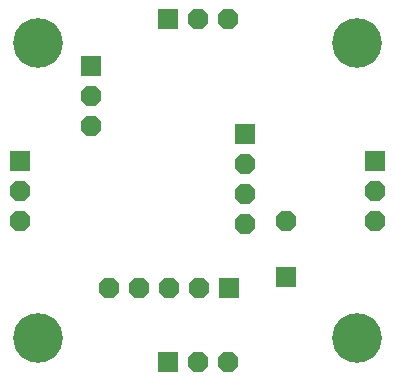
<source format=gbs>
G75*
%MOIN*%
%OFA0B0*%
%FSLAX25Y25*%
%IPPOS*%
%LPD*%
%AMOC8*
5,1,8,0,0,1.08239X$1,22.5*
%
%ADD10C,0.16548*%
%ADD11R,0.06737X0.06737*%
%ADD12OC8,0.06737*%
D10*
X0016780Y0018748D03*
X0016780Y0117173D03*
X0123079Y0117173D03*
X0123079Y0018748D03*
D11*
X0099417Y0039220D03*
X0080323Y0035638D03*
X0059929Y0010874D03*
X0010874Y0077961D03*
X0034496Y0109457D03*
X0059929Y0125047D03*
X0085677Y0086898D03*
X0128984Y0077961D03*
D12*
X0128984Y0067961D03*
X0128984Y0057961D03*
X0099417Y0057803D03*
X0085677Y0056898D03*
X0085677Y0066898D03*
X0085677Y0076898D03*
X0070323Y0035638D03*
X0060323Y0035638D03*
X0050323Y0035638D03*
X0040323Y0035638D03*
X0069929Y0010874D03*
X0079929Y0010874D03*
X0010874Y0057961D03*
X0010874Y0067961D03*
X0034496Y0089457D03*
X0034496Y0099457D03*
X0069929Y0125047D03*
X0079929Y0125047D03*
M02*

</source>
